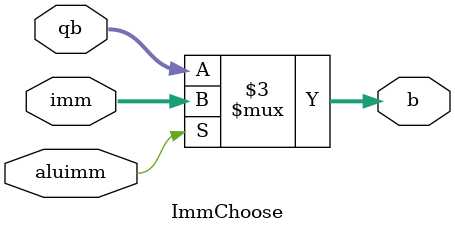
<source format=v>
`timescale 1ns / 1ps


module ImmChoose(qb, imm, aluimm, b);
input [31:0] qb, imm;
input aluimm;
output reg [31:0] b;

always @(*)
begin
    if (aluimm)
        b = imm;
    else
        b = qb;
end
endmodule

</source>
